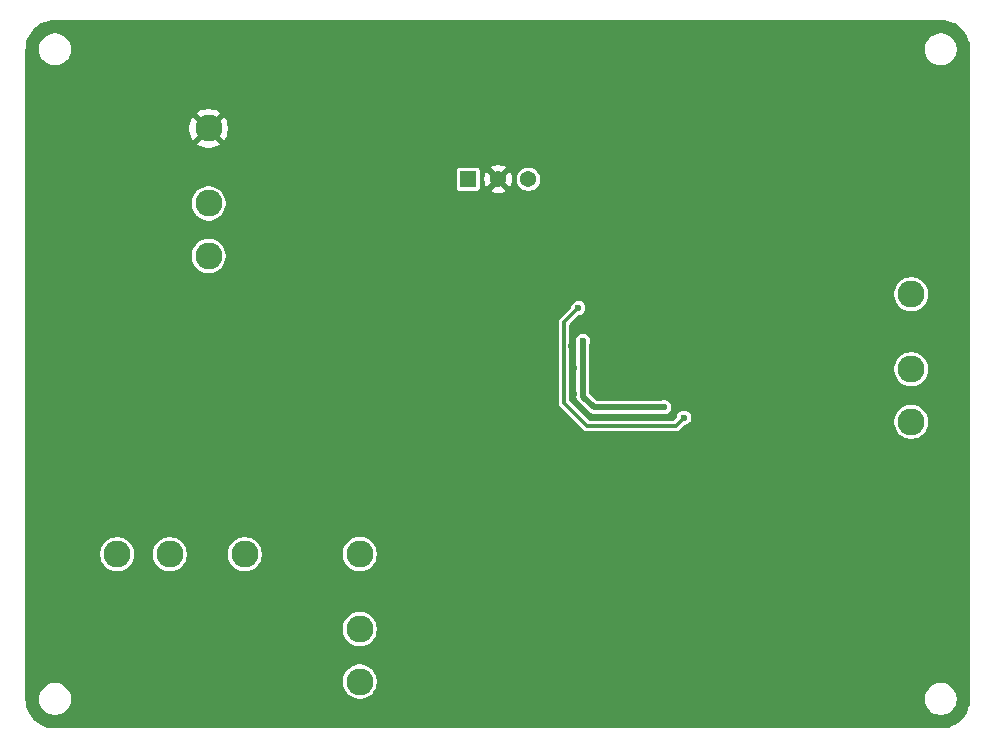
<source format=gbr>
%TF.GenerationSoftware,KiCad,Pcbnew,9.0.0*%
%TF.CreationDate,2025-04-22T19:20:28-05:00*%
%TF.ProjectId,BSPD,42535044-2e6b-4696-9361-645f70636258,rev?*%
%TF.SameCoordinates,Original*%
%TF.FileFunction,Copper,L2,Bot*%
%TF.FilePolarity,Positive*%
%FSLAX46Y46*%
G04 Gerber Fmt 4.6, Leading zero omitted, Abs format (unit mm)*
G04 Created by KiCad (PCBNEW 9.0.0) date 2025-04-22 19:20:28*
%MOMM*%
%LPD*%
G01*
G04 APERTURE LIST*
%TA.AperFunction,ComponentPad*%
%ADD10C,2.286000*%
%TD*%
%TA.AperFunction,ComponentPad*%
%ADD11R,1.371600X1.371600*%
%TD*%
%TA.AperFunction,ComponentPad*%
%ADD12C,1.371600*%
%TD*%
%TA.AperFunction,ViaPad*%
%ADD13C,0.700000*%
%TD*%
%TA.AperFunction,ViaPad*%
%ADD14C,0.600000*%
%TD*%
%TA.AperFunction,Conductor*%
%ADD15C,0.500000*%
%TD*%
%TA.AperFunction,Conductor*%
%ADD16C,0.300000*%
%TD*%
G04 APERTURE END LIST*
D10*
%TO.P,U102,1,1*%
%TO.N,+12V*%
X136700000Y-91155000D03*
%TO.P,U102,2,2*%
%TO.N,GND*%
X136700000Y-84805000D03*
%TO.P,U102,3*%
%TO.N,N/C*%
X136700000Y-95600000D03*
%TD*%
%TO.P,U111,1,1*%
%TO.N,THROTTLE_Sense_IN*%
X149500000Y-127186000D03*
%TO.P,U111,2,2*%
%TO.N,BSE_Sense_IN*%
X149500000Y-120836000D03*
%TO.P,U111,3*%
%TO.N,N/C*%
X149500000Y-131631000D03*
%TD*%
%TO.P,U110,1,1*%
%TO.N,BSPD_TO_FAULT*%
X196200000Y-105186000D03*
%TO.P,U110,2,2*%
%TO.N,unconnected-(U110-Pad2)*%
X196200000Y-98836000D03*
%TO.P,U110,3*%
%TO.N,N/C*%
X196200000Y-109631000D03*
%TD*%
D11*
%TO.P,U103,1,+VIN*%
%TO.N,+12V*%
X158700000Y-89100000D03*
D12*
%TO.P,U103,2,GND*%
%TO.N,GND*%
X161240000Y-89100000D03*
%TO.P,U103,3,+VOUT*%
%TO.N,+5V*%
X163780000Y-89100000D03*
%TD*%
D10*
%TO.P,U101,1,1*%
%TO.N,THROTTLE_IN*%
X133414000Y-120850000D03*
%TO.P,U101,2,2*%
%TO.N,BSE_IN*%
X139764000Y-120850000D03*
%TO.P,U101,3*%
%TO.N,N/C*%
X128969000Y-120850000D03*
%TD*%
D13*
%TO.N,GND*%
X178700000Y-83100000D03*
X180933800Y-98910000D03*
X169100000Y-118600000D03*
X171200000Y-123100000D03*
X188700000Y-80600000D03*
X173700000Y-128100000D03*
X188700000Y-115600000D03*
X153700000Y-93100000D03*
X176058400Y-107850000D03*
X123700000Y-90600000D03*
X168600000Y-101800000D03*
X151200000Y-78100000D03*
X173700000Y-120600000D03*
X126200000Y-88100000D03*
X142460565Y-127973776D03*
X178700000Y-88100000D03*
X176200000Y-80600000D03*
X125824442Y-125091850D03*
X178600000Y-117600000D03*
X148700000Y-85600000D03*
X171200000Y-128100000D03*
X128700000Y-115100000D03*
X166200000Y-130600000D03*
X188700000Y-90600000D03*
X188700000Y-95600000D03*
D14*
X162500000Y-126600000D03*
D13*
X186200000Y-83100000D03*
X153705223Y-104720797D03*
X147158689Y-103705180D03*
X193700000Y-128100000D03*
X194200000Y-83100000D03*
X186200000Y-113100000D03*
X130700000Y-113100000D03*
X168700000Y-90600000D03*
X191200000Y-90600000D03*
X198700000Y-120600000D03*
X168700000Y-113100000D03*
X167500000Y-103250000D03*
X148700000Y-83100000D03*
X126695778Y-98556975D03*
X123700000Y-88100000D03*
X196200000Y-125600000D03*
X191200000Y-125600000D03*
X186200000Y-80600000D03*
X171200000Y-130600000D03*
X166700000Y-114100000D03*
X178700000Y-115600000D03*
X171200000Y-90600000D03*
X191200000Y-93100000D03*
X198700000Y-123100000D03*
X128700000Y-130600000D03*
X184096506Y-111052715D03*
X143700000Y-83100000D03*
X136700000Y-114100000D03*
X132360107Y-98373636D03*
X189652715Y-108681892D03*
X168700000Y-80600000D03*
X196700000Y-83100000D03*
X188700000Y-85600000D03*
X143700000Y-80600000D03*
X156200000Y-110600000D03*
X132700000Y-111100000D03*
X144678237Y-121951598D03*
X194200000Y-90600000D03*
X176200000Y-123100000D03*
X152250000Y-93150000D03*
X166200000Y-133100000D03*
X173700000Y-125600000D03*
X168700000Y-88100000D03*
X171200000Y-125600000D03*
X140700000Y-111100000D03*
X173700000Y-83100000D03*
X186200000Y-93100000D03*
X143700000Y-95600000D03*
X163700000Y-133100000D03*
X129351251Y-98324309D03*
X155673057Y-116126942D03*
D14*
X168200000Y-129900000D03*
D13*
X181200000Y-88100000D03*
X153700000Y-78100000D03*
X173100000Y-113800000D03*
X196200000Y-128100000D03*
X178700000Y-80600000D03*
X173700000Y-88100000D03*
X176200000Y-88100000D03*
X194200000Y-88100000D03*
X191200000Y-113100000D03*
X183700000Y-118100000D03*
X159700000Y-103100000D03*
X156700000Y-97100000D03*
X123700000Y-85600000D03*
X151200000Y-85600000D03*
X169900000Y-106500000D03*
X177180025Y-108080025D03*
X123700000Y-83100000D03*
X173700000Y-80600000D03*
X168700000Y-133100000D03*
X188700000Y-93100000D03*
D14*
X156200000Y-130800001D03*
D13*
X160200000Y-107100000D03*
X186200000Y-128100000D03*
X158700000Y-93100000D03*
X188700000Y-125600000D03*
X151200000Y-80600000D03*
X196200000Y-113100000D03*
X126200000Y-90600000D03*
X143700000Y-85600000D03*
X196700000Y-85600000D03*
X157700000Y-105100000D03*
X146200000Y-85600000D03*
X184384296Y-106881260D03*
X178700000Y-90600000D03*
X167700000Y-95100000D03*
X153700000Y-85600000D03*
X144624178Y-117424178D03*
X158700000Y-110600000D03*
X146200000Y-78100000D03*
X160783438Y-126543830D03*
X138728245Y-126487874D03*
X166200000Y-125600000D03*
X183700000Y-120600000D03*
X183700000Y-123100000D03*
X196700000Y-88100000D03*
X160250000Y-101096700D03*
X165293864Y-118986615D03*
X163700000Y-128100000D03*
X183700000Y-125600000D03*
X148700000Y-98100000D03*
X126200000Y-85600000D03*
D14*
X182700000Y-103300000D03*
D13*
X124355375Y-101577137D03*
X191200000Y-88100000D03*
X156200000Y-93100000D03*
X186200000Y-125600000D03*
X146200000Y-98100000D03*
X191200000Y-83100000D03*
X131200000Y-130600000D03*
X146200000Y-83100000D03*
X153700000Y-80600000D03*
X186200000Y-88100000D03*
X165700000Y-95100000D03*
X158105701Y-118356865D03*
X191200000Y-128100000D03*
X181200000Y-95600000D03*
X171200000Y-80600000D03*
X186219915Y-101130361D03*
X161200000Y-115600000D03*
X196700000Y-80600000D03*
X131200000Y-133100000D03*
X178700000Y-85600000D03*
X191200000Y-85600000D03*
X144300000Y-129700000D03*
X194200000Y-80600000D03*
X153700000Y-83100000D03*
X198700000Y-128100000D03*
X148700000Y-78100000D03*
X183700000Y-85600000D03*
X176200000Y-128100000D03*
X155700000Y-105100000D03*
X171200000Y-88100000D03*
X167544379Y-105081136D03*
X146200000Y-80600000D03*
X181200000Y-85600000D03*
X198700000Y-125600000D03*
X196700000Y-90600000D03*
X142698842Y-99265605D03*
X193700000Y-125600000D03*
X178700000Y-105100000D03*
X150700000Y-103100000D03*
X173700000Y-95600000D03*
X168791957Y-96916084D03*
X183700000Y-115600000D03*
X196700000Y-93100000D03*
D14*
X143250000Y-108550000D03*
D13*
X136806506Y-98350402D03*
X181200000Y-90600000D03*
X176200000Y-83100000D03*
X188700000Y-83100000D03*
X134700000Y-116100000D03*
X183700000Y-98100000D03*
X176200000Y-90600000D03*
X167500000Y-99300000D03*
X162602490Y-96901937D03*
X188700000Y-88100000D03*
X188700000Y-128100000D03*
X166537215Y-117594602D03*
X178800000Y-108600000D03*
X148700000Y-80600000D03*
X160260000Y-93149932D03*
X151200000Y-83100000D03*
D14*
X135300000Y-106600000D03*
D13*
X186200000Y-118100000D03*
X151200000Y-95600000D03*
X171200000Y-83100000D03*
X183700000Y-93100000D03*
X123700000Y-93100000D03*
X186200000Y-115600000D03*
X168700000Y-85600000D03*
X178700000Y-100600000D03*
X126200000Y-93100000D03*
X168700000Y-83100000D03*
X171200000Y-133100000D03*
X134349486Y-126501389D03*
X163700000Y-130600000D03*
X181200000Y-83100000D03*
X173700000Y-90600000D03*
X168200000Y-115100000D03*
X169400000Y-103400000D03*
X163700000Y-113100000D03*
X124343090Y-106813037D03*
X166200000Y-128100000D03*
X124348618Y-114594950D03*
X198700000Y-113100000D03*
X181200000Y-100600000D03*
X176200000Y-95600000D03*
X171200000Y-85600000D03*
X157700000Y-103100000D03*
X173700000Y-85600000D03*
X167562063Y-107285766D03*
D14*
X157200000Y-120600000D03*
D13*
X194200000Y-85600000D03*
X186200000Y-85600000D03*
X169700000Y-95100000D03*
X186039536Y-98361016D03*
X126200000Y-83100000D03*
X143700000Y-78100000D03*
X146614079Y-131586702D03*
X194200000Y-93100000D03*
X129862610Y-126487874D03*
X176200000Y-85600000D03*
X178700000Y-113100000D03*
X181200000Y-80600000D03*
X155700000Y-107100000D03*
X183700000Y-80600000D03*
X183700000Y-100600000D03*
X124335103Y-119419693D03*
X188700000Y-113100000D03*
X154700000Y-99100000D03*
X183700000Y-90600000D03*
X148700000Y-95600000D03*
X145232846Y-101840153D03*
X183700000Y-88100000D03*
X128700000Y-133100000D03*
X183700000Y-83100000D03*
X141200000Y-95600000D03*
X178700000Y-95600000D03*
X178700000Y-123100000D03*
X186200000Y-95600000D03*
X155700000Y-131800001D03*
X186200000Y-90600000D03*
X191200000Y-80600000D03*
X198700000Y-115600000D03*
X152700000Y-101100000D03*
X193700000Y-113100000D03*
X158700000Y-108100000D03*
X124316061Y-110200718D03*
X139848857Y-98355190D03*
D14*
X133400000Y-101000000D03*
D13*
X183700000Y-103100000D03*
X146200000Y-95600000D03*
X198700000Y-118100000D03*
X181200000Y-103100000D03*
X171700000Y-95100000D03*
D14*
%TO.N,+5V*%
X175258400Y-108400000D03*
X168400000Y-102800000D03*
%TO.N,Net-(U108-1Y)*%
X176950000Y-109300000D03*
X168000000Y-100000000D03*
%TD*%
D15*
%TO.N,+5V*%
X169300000Y-108400000D02*
X175258400Y-108400000D01*
X168400000Y-107500000D02*
X169300000Y-108400000D01*
X168400000Y-102800000D02*
X168400000Y-107500000D01*
D16*
%TO.N,Net-(U108-1Y)*%
X166800000Y-108050000D02*
X166800000Y-101200000D01*
X168750000Y-110000000D02*
X166800000Y-108050000D01*
X176250000Y-110000000D02*
X168750000Y-110000000D01*
X166800000Y-101200000D02*
X168000000Y-100000000D01*
X176950000Y-109300000D02*
X176250000Y-110000000D01*
%TD*%
%TA.AperFunction,Conductor*%
%TO.N,GND*%
G36*
X198703801Y-75600730D02*
G01*
X198733105Y-75602502D01*
X198993684Y-75618264D01*
X199008765Y-75620095D01*
X199290682Y-75671758D01*
X199305429Y-75675393D01*
X199579071Y-75760663D01*
X199593283Y-75766054D01*
X199854624Y-75883674D01*
X199868090Y-75890740D01*
X200113367Y-76039016D01*
X200125866Y-76047643D01*
X200351485Y-76224404D01*
X200362865Y-76234487D01*
X200565512Y-76437134D01*
X200575596Y-76448515D01*
X200752353Y-76674130D01*
X200760985Y-76686635D01*
X200819092Y-76782755D01*
X200909255Y-76931903D01*
X200916325Y-76945375D01*
X201033943Y-77206711D01*
X201039339Y-77220937D01*
X201124602Y-77494554D01*
X201128243Y-77509328D01*
X201179902Y-77791222D01*
X201181736Y-77806326D01*
X201199270Y-78096197D01*
X201199500Y-78103805D01*
X201199500Y-133096194D01*
X201199270Y-133103802D01*
X201181736Y-133393673D01*
X201179902Y-133408777D01*
X201128243Y-133690671D01*
X201124602Y-133705445D01*
X201039339Y-133979062D01*
X201033943Y-133993288D01*
X200916325Y-134254624D01*
X200909255Y-134268096D01*
X200760990Y-134513357D01*
X200752347Y-134525877D01*
X200632967Y-134678255D01*
X200575602Y-134751477D01*
X200565512Y-134762865D01*
X200362865Y-134965512D01*
X200351477Y-134975602D01*
X200125880Y-135152346D01*
X200113357Y-135160990D01*
X199868096Y-135309255D01*
X199854624Y-135316325D01*
X199593288Y-135433943D01*
X199579062Y-135439339D01*
X199305445Y-135524602D01*
X199290671Y-135528243D01*
X199008777Y-135579902D01*
X198993673Y-135581736D01*
X198703802Y-135599270D01*
X198696194Y-135599500D01*
X123703806Y-135599500D01*
X123696198Y-135599270D01*
X123406326Y-135581736D01*
X123391222Y-135579902D01*
X123109328Y-135528243D01*
X123094558Y-135524603D01*
X122820937Y-135439339D01*
X122806711Y-135433943D01*
X122545375Y-135316325D01*
X122531903Y-135309255D01*
X122286635Y-135160985D01*
X122274130Y-135152353D01*
X122048515Y-134975596D01*
X122037134Y-134965512D01*
X121834487Y-134762865D01*
X121824404Y-134751485D01*
X121647643Y-134525866D01*
X121639016Y-134513367D01*
X121490740Y-134268090D01*
X121483674Y-134254624D01*
X121366056Y-133993288D01*
X121360663Y-133979071D01*
X121275393Y-133705429D01*
X121271758Y-133690682D01*
X121220095Y-133408765D01*
X121218264Y-133393684D01*
X121200730Y-133103801D01*
X121200500Y-133096194D01*
X121200500Y-132993713D01*
X122349500Y-132993713D01*
X122349500Y-133206287D01*
X122382754Y-133416243D01*
X122448443Y-133618412D01*
X122544949Y-133807816D01*
X122669896Y-133979792D01*
X122669898Y-133979794D01*
X122669900Y-133979797D01*
X122820202Y-134130099D01*
X122820205Y-134130101D01*
X122820208Y-134130104D01*
X122992184Y-134255051D01*
X123181588Y-134351557D01*
X123383757Y-134417246D01*
X123593713Y-134450500D01*
X123593716Y-134450500D01*
X123806284Y-134450500D01*
X123806287Y-134450500D01*
X124016243Y-134417246D01*
X124218412Y-134351557D01*
X124407816Y-134255051D01*
X124579792Y-134130104D01*
X124730104Y-133979792D01*
X124855051Y-133807816D01*
X124951557Y-133618412D01*
X125017246Y-133416243D01*
X125050500Y-133206287D01*
X125050500Y-132993713D01*
X125017246Y-132783757D01*
X124951557Y-132581588D01*
X124855051Y-132392184D01*
X124730104Y-132220208D01*
X124730101Y-132220205D01*
X124730099Y-132220202D01*
X124579797Y-132069900D01*
X124579794Y-132069898D01*
X124579792Y-132069896D01*
X124407816Y-131944949D01*
X124218412Y-131848443D01*
X124016243Y-131782754D01*
X123806287Y-131749500D01*
X123593713Y-131749500D01*
X123383757Y-131782754D01*
X123383754Y-131782754D01*
X123383753Y-131782755D01*
X123181588Y-131848443D01*
X123181586Y-131848444D01*
X122992180Y-131944951D01*
X122820205Y-132069898D01*
X122820202Y-132069900D01*
X122669900Y-132220202D01*
X122669898Y-132220205D01*
X122544951Y-132392180D01*
X122448444Y-132581586D01*
X122448443Y-132581588D01*
X122399559Y-132732038D01*
X122382754Y-132783757D01*
X122349500Y-132993713D01*
X121200500Y-132993713D01*
X121200500Y-131517394D01*
X148056500Y-131517394D01*
X148056500Y-131744606D01*
X148072946Y-131848443D01*
X148092044Y-131969024D01*
X148162254Y-132185108D01*
X148265410Y-132387562D01*
X148398961Y-132571379D01*
X148559620Y-132732038D01*
X148559623Y-132732040D01*
X148743441Y-132865592D01*
X148945888Y-132968744D01*
X149161980Y-133038957D01*
X149386394Y-133074500D01*
X149386396Y-133074500D01*
X149613604Y-133074500D01*
X149613606Y-133074500D01*
X149838020Y-133038957D01*
X149977266Y-132993713D01*
X197349500Y-132993713D01*
X197349500Y-133206287D01*
X197382754Y-133416243D01*
X197448443Y-133618412D01*
X197544949Y-133807816D01*
X197669896Y-133979792D01*
X197669898Y-133979794D01*
X197669900Y-133979797D01*
X197820202Y-134130099D01*
X197820205Y-134130101D01*
X197820208Y-134130104D01*
X197992184Y-134255051D01*
X198181588Y-134351557D01*
X198383757Y-134417246D01*
X198593713Y-134450500D01*
X198593716Y-134450500D01*
X198806284Y-134450500D01*
X198806287Y-134450500D01*
X199016243Y-134417246D01*
X199218412Y-134351557D01*
X199407816Y-134255051D01*
X199579792Y-134130104D01*
X199730104Y-133979792D01*
X199855051Y-133807816D01*
X199951557Y-133618412D01*
X200017246Y-133416243D01*
X200050500Y-133206287D01*
X200050500Y-132993713D01*
X200017246Y-132783757D01*
X199951557Y-132581588D01*
X199855051Y-132392184D01*
X199730104Y-132220208D01*
X199730101Y-132220205D01*
X199730099Y-132220202D01*
X199579797Y-132069900D01*
X199579794Y-132069898D01*
X199579792Y-132069896D01*
X199407816Y-131944949D01*
X199218412Y-131848443D01*
X199016243Y-131782754D01*
X198806287Y-131749500D01*
X198593713Y-131749500D01*
X198383757Y-131782754D01*
X198383754Y-131782754D01*
X198383753Y-131782755D01*
X198181588Y-131848443D01*
X198181586Y-131848444D01*
X197992180Y-131944951D01*
X197820205Y-132069898D01*
X197820202Y-132069900D01*
X197669900Y-132220202D01*
X197669898Y-132220205D01*
X197544951Y-132392180D01*
X197448444Y-132581586D01*
X197448443Y-132581588D01*
X197399559Y-132732038D01*
X197382754Y-132783757D01*
X197349500Y-132993713D01*
X149977266Y-132993713D01*
X150054112Y-132968744D01*
X150256559Y-132865592D01*
X150440377Y-132732040D01*
X150601040Y-132571377D01*
X150734592Y-132387559D01*
X150837744Y-132185112D01*
X150907957Y-131969020D01*
X150943500Y-131744606D01*
X150943500Y-131517394D01*
X150907957Y-131292980D01*
X150837744Y-131076888D01*
X150734592Y-130874441D01*
X150601040Y-130690623D01*
X150601038Y-130690620D01*
X150440379Y-130529961D01*
X150256562Y-130396410D01*
X150256561Y-130396409D01*
X150256559Y-130396408D01*
X150054112Y-130293256D01*
X150054111Y-130293255D01*
X150054108Y-130293254D01*
X149838024Y-130223044D01*
X149838022Y-130223043D01*
X149838020Y-130223043D01*
X149613606Y-130187500D01*
X149386394Y-130187500D01*
X149161980Y-130223043D01*
X149161978Y-130223043D01*
X149161975Y-130223044D01*
X148945891Y-130293254D01*
X148743437Y-130396410D01*
X148559620Y-130529961D01*
X148398961Y-130690620D01*
X148265410Y-130874437D01*
X148162254Y-131076891D01*
X148092044Y-131292975D01*
X148092043Y-131292978D01*
X148092043Y-131292980D01*
X148056500Y-131517394D01*
X121200500Y-131517394D01*
X121200500Y-127072396D01*
X148056500Y-127072396D01*
X148056500Y-127299603D01*
X148092044Y-127524024D01*
X148162254Y-127740108D01*
X148265410Y-127942562D01*
X148398961Y-128126379D01*
X148559620Y-128287038D01*
X148559623Y-128287040D01*
X148743441Y-128420592D01*
X148945888Y-128523744D01*
X149161980Y-128593957D01*
X149386394Y-128629500D01*
X149386396Y-128629500D01*
X149613604Y-128629500D01*
X149613606Y-128629500D01*
X149838020Y-128593957D01*
X150054112Y-128523744D01*
X150256559Y-128420592D01*
X150440377Y-128287040D01*
X150601040Y-128126377D01*
X150734592Y-127942559D01*
X150837744Y-127740112D01*
X150907957Y-127524020D01*
X150943500Y-127299606D01*
X150943500Y-127072394D01*
X150907957Y-126847980D01*
X150837744Y-126631888D01*
X150734592Y-126429441D01*
X150601040Y-126245623D01*
X150601038Y-126245620D01*
X150440379Y-126084961D01*
X150256562Y-125951410D01*
X150256561Y-125951409D01*
X150256559Y-125951408D01*
X150054112Y-125848256D01*
X150054111Y-125848255D01*
X150054108Y-125848254D01*
X149838024Y-125778044D01*
X149838022Y-125778043D01*
X149838020Y-125778043D01*
X149613606Y-125742500D01*
X149386394Y-125742500D01*
X149161980Y-125778043D01*
X149161978Y-125778043D01*
X149161975Y-125778044D01*
X148945891Y-125848254D01*
X148743437Y-125951410D01*
X148559620Y-126084961D01*
X148398961Y-126245620D01*
X148265410Y-126429437D01*
X148162254Y-126631891D01*
X148092044Y-126847975D01*
X148056500Y-127072396D01*
X121200500Y-127072396D01*
X121200500Y-120736394D01*
X127525500Y-120736394D01*
X127525500Y-120963606D01*
X127561043Y-121188020D01*
X127561044Y-121188024D01*
X127631254Y-121404108D01*
X127631255Y-121404111D01*
X127631256Y-121404112D01*
X127727276Y-121592562D01*
X127734410Y-121606562D01*
X127867961Y-121790379D01*
X128028620Y-121951038D01*
X128028623Y-121951040D01*
X128212441Y-122084592D01*
X128414888Y-122187744D01*
X128630980Y-122257957D01*
X128855394Y-122293500D01*
X128855396Y-122293500D01*
X129082604Y-122293500D01*
X129082606Y-122293500D01*
X129307020Y-122257957D01*
X129523112Y-122187744D01*
X129725559Y-122084592D01*
X129909377Y-121951040D01*
X130070040Y-121790377D01*
X130203592Y-121606559D01*
X130306744Y-121404112D01*
X130376957Y-121188020D01*
X130412500Y-120963606D01*
X130412500Y-120736394D01*
X131970500Y-120736394D01*
X131970500Y-120963606D01*
X132006043Y-121188020D01*
X132006044Y-121188024D01*
X132076254Y-121404108D01*
X132076255Y-121404111D01*
X132076256Y-121404112D01*
X132172276Y-121592562D01*
X132179410Y-121606562D01*
X132312961Y-121790379D01*
X132473620Y-121951038D01*
X132473623Y-121951040D01*
X132657441Y-122084592D01*
X132859888Y-122187744D01*
X133075980Y-122257957D01*
X133300394Y-122293500D01*
X133300396Y-122293500D01*
X133527604Y-122293500D01*
X133527606Y-122293500D01*
X133752020Y-122257957D01*
X133968112Y-122187744D01*
X134170559Y-122084592D01*
X134354377Y-121951040D01*
X134515040Y-121790377D01*
X134648592Y-121606559D01*
X134751744Y-121404112D01*
X134821957Y-121188020D01*
X134857500Y-120963606D01*
X134857500Y-120736394D01*
X138320500Y-120736394D01*
X138320500Y-120963606D01*
X138356043Y-121188020D01*
X138356044Y-121188024D01*
X138426254Y-121404108D01*
X138426255Y-121404111D01*
X138426256Y-121404112D01*
X138522276Y-121592562D01*
X138529410Y-121606562D01*
X138662961Y-121790379D01*
X138823620Y-121951038D01*
X138823623Y-121951040D01*
X139007441Y-122084592D01*
X139209888Y-122187744D01*
X139425980Y-122257957D01*
X139650394Y-122293500D01*
X139650396Y-122293500D01*
X139877604Y-122293500D01*
X139877606Y-122293500D01*
X140102020Y-122257957D01*
X140318112Y-122187744D01*
X140520559Y-122084592D01*
X140704377Y-121951040D01*
X140865040Y-121790377D01*
X140998592Y-121606559D01*
X141101744Y-121404112D01*
X141171957Y-121188020D01*
X141207500Y-120963606D01*
X141207500Y-120736394D01*
X141205283Y-120722394D01*
X148056500Y-120722394D01*
X148056500Y-120949606D01*
X148092043Y-121174020D01*
X148092044Y-121174024D01*
X148162254Y-121390108D01*
X148265410Y-121592562D01*
X148398961Y-121776379D01*
X148559620Y-121937038D01*
X148578892Y-121951040D01*
X148743441Y-122070592D01*
X148945888Y-122173744D01*
X149161980Y-122243957D01*
X149386394Y-122279500D01*
X149386396Y-122279500D01*
X149613604Y-122279500D01*
X149613606Y-122279500D01*
X149838020Y-122243957D01*
X150054112Y-122173744D01*
X150256559Y-122070592D01*
X150440377Y-121937040D01*
X150601040Y-121776377D01*
X150734592Y-121592559D01*
X150837744Y-121390112D01*
X150907957Y-121174020D01*
X150943500Y-120949606D01*
X150943500Y-120722394D01*
X150907957Y-120497980D01*
X150837744Y-120281888D01*
X150734592Y-120079441D01*
X150611212Y-119909623D01*
X150601038Y-119895620D01*
X150440379Y-119734961D01*
X150256562Y-119601410D01*
X150256561Y-119601409D01*
X150256559Y-119601408D01*
X150054112Y-119498256D01*
X150054111Y-119498255D01*
X150054108Y-119498254D01*
X149838024Y-119428044D01*
X149838022Y-119428043D01*
X149838020Y-119428043D01*
X149613606Y-119392500D01*
X149386394Y-119392500D01*
X149161980Y-119428043D01*
X149161978Y-119428043D01*
X149161975Y-119428044D01*
X148945891Y-119498254D01*
X148743437Y-119601410D01*
X148559620Y-119734961D01*
X148398961Y-119895620D01*
X148265410Y-120079437D01*
X148162254Y-120281891D01*
X148092044Y-120497975D01*
X148092043Y-120497978D01*
X148092043Y-120497980D01*
X148056500Y-120722394D01*
X141205283Y-120722394D01*
X141171957Y-120511980D01*
X141101744Y-120295888D01*
X140998592Y-120093441D01*
X140865040Y-119909623D01*
X140865038Y-119909620D01*
X140704379Y-119748961D01*
X140520562Y-119615410D01*
X140520561Y-119615409D01*
X140520559Y-119615408D01*
X140318112Y-119512256D01*
X140318111Y-119512255D01*
X140318108Y-119512254D01*
X140102024Y-119442044D01*
X140102022Y-119442043D01*
X140102020Y-119442043D01*
X139877606Y-119406500D01*
X139650394Y-119406500D01*
X139425980Y-119442043D01*
X139425978Y-119442043D01*
X139425975Y-119442044D01*
X139209891Y-119512254D01*
X139007437Y-119615410D01*
X138823620Y-119748961D01*
X138662961Y-119909620D01*
X138529410Y-120093437D01*
X138426254Y-120295891D01*
X138356044Y-120511975D01*
X138356043Y-120511978D01*
X138356043Y-120511980D01*
X138320500Y-120736394D01*
X134857500Y-120736394D01*
X134821957Y-120511980D01*
X134751744Y-120295888D01*
X134648592Y-120093441D01*
X134515040Y-119909623D01*
X134515038Y-119909620D01*
X134354379Y-119748961D01*
X134170562Y-119615410D01*
X134170561Y-119615409D01*
X134170559Y-119615408D01*
X133968112Y-119512256D01*
X133968111Y-119512255D01*
X133968108Y-119512254D01*
X133752024Y-119442044D01*
X133752022Y-119442043D01*
X133752020Y-119442043D01*
X133527606Y-119406500D01*
X133300394Y-119406500D01*
X133075980Y-119442043D01*
X133075978Y-119442043D01*
X133075975Y-119442044D01*
X132859891Y-119512254D01*
X132657437Y-119615410D01*
X132473620Y-119748961D01*
X132312961Y-119909620D01*
X132179410Y-120093437D01*
X132076254Y-120295891D01*
X132006044Y-120511975D01*
X132006043Y-120511978D01*
X132006043Y-120511980D01*
X131970500Y-120736394D01*
X130412500Y-120736394D01*
X130376957Y-120511980D01*
X130306744Y-120295888D01*
X130203592Y-120093441D01*
X130070040Y-119909623D01*
X130070038Y-119909620D01*
X129909379Y-119748961D01*
X129725562Y-119615410D01*
X129725561Y-119615409D01*
X129725559Y-119615408D01*
X129523112Y-119512256D01*
X129523111Y-119512255D01*
X129523108Y-119512254D01*
X129307024Y-119442044D01*
X129307022Y-119442043D01*
X129307020Y-119442043D01*
X129082606Y-119406500D01*
X128855394Y-119406500D01*
X128630980Y-119442043D01*
X128630978Y-119442043D01*
X128630975Y-119442044D01*
X128414891Y-119512254D01*
X128212437Y-119615410D01*
X128028620Y-119748961D01*
X127867961Y-119909620D01*
X127734410Y-120093437D01*
X127631254Y-120295891D01*
X127561044Y-120511975D01*
X127561043Y-120511978D01*
X127561043Y-120511980D01*
X127525500Y-120736394D01*
X121200500Y-120736394D01*
X121200500Y-101140692D01*
X166349500Y-101140692D01*
X166349500Y-108109309D01*
X166370451Y-108187501D01*
X166380199Y-108223884D01*
X166439508Y-108326610D01*
X166439516Y-108326620D01*
X168473379Y-110360483D01*
X168473383Y-110360486D01*
X168473386Y-110360489D01*
X168520273Y-110387559D01*
X168576114Y-110419799D01*
X168690691Y-110450500D01*
X168690693Y-110450500D01*
X176309309Y-110450500D01*
X176399673Y-110426286D01*
X176423887Y-110419799D01*
X176526614Y-110360489D01*
X176949925Y-109937177D01*
X177012233Y-109903155D01*
X177022578Y-109901352D01*
X177029050Y-109900500D01*
X177029057Y-109900500D01*
X177181784Y-109859577D01*
X177181787Y-109859575D01*
X177181788Y-109859575D01*
X177250250Y-109820048D01*
X177318716Y-109780520D01*
X177430520Y-109668716D01*
X177509577Y-109531784D01*
X177513433Y-109517394D01*
X194756500Y-109517394D01*
X194756500Y-109744606D01*
X194792043Y-109969020D01*
X194792044Y-109969024D01*
X194862254Y-110185108D01*
X194965408Y-110387559D01*
X195098961Y-110571379D01*
X195259620Y-110732038D01*
X195259623Y-110732040D01*
X195443441Y-110865592D01*
X195645888Y-110968744D01*
X195861980Y-111038957D01*
X196086394Y-111074500D01*
X196086396Y-111074500D01*
X196313604Y-111074500D01*
X196313606Y-111074500D01*
X196538020Y-111038957D01*
X196754112Y-110968744D01*
X196956559Y-110865592D01*
X197140377Y-110732040D01*
X197301040Y-110571377D01*
X197434592Y-110387559D01*
X197537744Y-110185112D01*
X197607957Y-109969020D01*
X197643500Y-109744606D01*
X197643500Y-109517394D01*
X197607957Y-109292980D01*
X197537744Y-109076888D01*
X197434592Y-108874441D01*
X197301040Y-108690623D01*
X197301038Y-108690620D01*
X197140379Y-108529961D01*
X196956562Y-108396410D01*
X196956561Y-108396409D01*
X196956559Y-108396408D01*
X196754112Y-108293256D01*
X196754111Y-108293255D01*
X196754108Y-108293254D01*
X196538024Y-108223044D01*
X196538022Y-108223043D01*
X196538020Y-108223043D01*
X196313606Y-108187500D01*
X196086394Y-108187500D01*
X195861980Y-108223043D01*
X195861978Y-108223043D01*
X195861975Y-108223044D01*
X195645891Y-108293254D01*
X195443437Y-108396410D01*
X195259620Y-108529961D01*
X195098961Y-108690620D01*
X194965410Y-108874437D01*
X194862254Y-109076891D01*
X194792044Y-109292975D01*
X194792043Y-109292978D01*
X194792043Y-109292980D01*
X194756500Y-109517394D01*
X177513433Y-109517394D01*
X177550500Y-109379057D01*
X177550500Y-109220943D01*
X177509577Y-109068216D01*
X177509575Y-109068213D01*
X177509575Y-109068211D01*
X177430522Y-108931287D01*
X177430514Y-108931277D01*
X177318722Y-108819485D01*
X177318712Y-108819477D01*
X177181788Y-108740424D01*
X177163743Y-108735589D01*
X177029057Y-108699500D01*
X176870943Y-108699500D01*
X176777470Y-108724545D01*
X176718211Y-108740424D01*
X176581287Y-108819477D01*
X176581277Y-108819485D01*
X176469485Y-108931277D01*
X176469477Y-108931287D01*
X176390424Y-109068211D01*
X176349500Y-109220944D01*
X176348646Y-109227431D01*
X176319922Y-109292357D01*
X176312820Y-109300077D01*
X176100300Y-109512596D01*
X176037991Y-109546620D01*
X176011207Y-109549500D01*
X168988793Y-109549500D01*
X168920672Y-109529498D01*
X168899698Y-109512595D01*
X167287405Y-107900302D01*
X167253379Y-107837990D01*
X167250500Y-107811207D01*
X167250500Y-102720943D01*
X167799500Y-102720943D01*
X167799500Y-102879057D01*
X167840423Y-103031784D01*
X167842561Y-103039762D01*
X167841784Y-103039970D01*
X167849500Y-103078761D01*
X167849500Y-107572472D01*
X167849499Y-107572472D01*
X167887017Y-107712489D01*
X167959487Y-107838011D01*
X167959495Y-107838021D01*
X168961978Y-108840504D01*
X168961983Y-108840508D01*
X168961985Y-108840510D01*
X168961986Y-108840511D01*
X168961988Y-108840512D01*
X169087509Y-108912981D01*
X169087510Y-108912981D01*
X169087515Y-108912984D01*
X169227525Y-108950500D01*
X174979639Y-108950500D01*
X175018430Y-108958215D01*
X175018639Y-108957439D01*
X175026614Y-108959575D01*
X175026616Y-108959577D01*
X175179343Y-109000500D01*
X175179345Y-109000500D01*
X175337455Y-109000500D01*
X175337457Y-109000500D01*
X175490184Y-108959577D01*
X175490187Y-108959575D01*
X175490188Y-108959575D01*
X175570891Y-108912981D01*
X175627116Y-108880520D01*
X175738920Y-108768716D01*
X175817977Y-108631784D01*
X175858900Y-108479057D01*
X175858900Y-108320943D01*
X175817977Y-108168216D01*
X175817975Y-108168213D01*
X175817975Y-108168211D01*
X175738922Y-108031287D01*
X175738914Y-108031277D01*
X175627122Y-107919485D01*
X175627112Y-107919477D01*
X175490188Y-107840424D01*
X175449411Y-107829498D01*
X175337457Y-107799500D01*
X175179343Y-107799500D01*
X175026616Y-107840423D01*
X175026614Y-107840424D01*
X175018639Y-107842561D01*
X175018430Y-107841784D01*
X174979639Y-107849500D01*
X169580215Y-107849500D01*
X169512094Y-107829498D01*
X169491120Y-107812595D01*
X168987405Y-107308880D01*
X168953379Y-107246568D01*
X168950500Y-107219785D01*
X168950500Y-105072396D01*
X194756500Y-105072396D01*
X194756500Y-105299603D01*
X194792044Y-105524024D01*
X194862254Y-105740108D01*
X194965410Y-105942562D01*
X195098961Y-106126379D01*
X195259620Y-106287038D01*
X195259623Y-106287040D01*
X195443441Y-106420592D01*
X195645888Y-106523744D01*
X195861980Y-106593957D01*
X196086394Y-106629500D01*
X196086396Y-106629500D01*
X196313604Y-106629500D01*
X196313606Y-106629500D01*
X196538020Y-106593957D01*
X196754112Y-106523744D01*
X196956559Y-106420592D01*
X197140377Y-106287040D01*
X197301040Y-106126377D01*
X197434592Y-105942559D01*
X197537744Y-105740112D01*
X197607957Y-105524020D01*
X197643500Y-105299606D01*
X197643500Y-105072394D01*
X197607957Y-104847980D01*
X197537744Y-104631888D01*
X197434592Y-104429441D01*
X197301040Y-104245623D01*
X197301038Y-104245620D01*
X197140379Y-104084961D01*
X196956562Y-103951410D01*
X196956561Y-103951409D01*
X196956559Y-103951408D01*
X196754112Y-103848256D01*
X196754111Y-103848255D01*
X196754108Y-103848254D01*
X196538024Y-103778044D01*
X196538022Y-103778043D01*
X196538020Y-103778043D01*
X196313606Y-103742500D01*
X196086394Y-103742500D01*
X195861980Y-103778043D01*
X195861978Y-103778043D01*
X195861975Y-103778044D01*
X195645891Y-103848254D01*
X195443437Y-103951410D01*
X195259620Y-104084961D01*
X195098961Y-104245620D01*
X194965410Y-104429437D01*
X194862254Y-104631891D01*
X194792044Y-104847975D01*
X194756500Y-105072396D01*
X168950500Y-105072396D01*
X168950500Y-103078761D01*
X168958215Y-103039970D01*
X168957439Y-103039762D01*
X168959577Y-103031784D01*
X169000500Y-102879057D01*
X169000500Y-102720943D01*
X168959577Y-102568216D01*
X168959575Y-102568213D01*
X168959575Y-102568211D01*
X168880522Y-102431287D01*
X168880514Y-102431277D01*
X168768722Y-102319485D01*
X168768712Y-102319477D01*
X168631788Y-102240424D01*
X168613743Y-102235589D01*
X168479057Y-102199500D01*
X168320943Y-102199500D01*
X168227470Y-102224545D01*
X168168211Y-102240424D01*
X168031287Y-102319477D01*
X168031277Y-102319485D01*
X167919485Y-102431277D01*
X167919477Y-102431287D01*
X167840424Y-102568211D01*
X167840423Y-102568216D01*
X167799500Y-102720943D01*
X167250500Y-102720943D01*
X167250500Y-101438793D01*
X167270502Y-101370672D01*
X167287399Y-101349703D01*
X167999925Y-100637177D01*
X168062234Y-100603155D01*
X168072578Y-100601352D01*
X168079050Y-100600500D01*
X168079057Y-100600500D01*
X168231784Y-100559577D01*
X168231787Y-100559575D01*
X168231788Y-100559575D01*
X168300250Y-100520048D01*
X168368716Y-100480520D01*
X168480520Y-100368716D01*
X168520048Y-100300250D01*
X168559575Y-100231788D01*
X168559575Y-100231787D01*
X168559577Y-100231784D01*
X168600500Y-100079057D01*
X168600500Y-99920943D01*
X168559577Y-99768216D01*
X168559575Y-99768213D01*
X168559575Y-99768211D01*
X168480522Y-99631287D01*
X168480514Y-99631277D01*
X168368722Y-99519485D01*
X168368712Y-99519477D01*
X168231788Y-99440424D01*
X168213743Y-99435589D01*
X168079057Y-99399500D01*
X167920943Y-99399500D01*
X167827470Y-99424545D01*
X167768211Y-99440424D01*
X167631287Y-99519477D01*
X167631277Y-99519485D01*
X167519485Y-99631277D01*
X167519477Y-99631287D01*
X167440424Y-99768211D01*
X167399500Y-99920944D01*
X167398646Y-99927431D01*
X167369922Y-99992357D01*
X167362819Y-100000077D01*
X166439516Y-100923379D01*
X166439508Y-100923389D01*
X166380200Y-101026113D01*
X166380201Y-101026114D01*
X166349500Y-101140692D01*
X121200500Y-101140692D01*
X121200500Y-98722396D01*
X194756500Y-98722396D01*
X194756500Y-98949603D01*
X194792044Y-99174024D01*
X194862254Y-99390108D01*
X194862255Y-99390111D01*
X194862256Y-99390112D01*
X194928172Y-99519480D01*
X194965410Y-99592562D01*
X195098961Y-99776379D01*
X195259620Y-99937038D01*
X195259623Y-99937040D01*
X195443441Y-100070592D01*
X195645888Y-100173744D01*
X195861980Y-100243957D01*
X196086394Y-100279500D01*
X196086396Y-100279500D01*
X196313604Y-100279500D01*
X196313606Y-100279500D01*
X196538020Y-100243957D01*
X196754112Y-100173744D01*
X196956559Y-100070592D01*
X197140377Y-99937040D01*
X197301040Y-99776377D01*
X197434592Y-99592559D01*
X197537744Y-99390112D01*
X197607957Y-99174020D01*
X197643500Y-98949606D01*
X197643500Y-98722394D01*
X197607957Y-98497980D01*
X197537744Y-98281888D01*
X197434592Y-98079441D01*
X197301040Y-97895623D01*
X197301038Y-97895620D01*
X197140379Y-97734961D01*
X196956562Y-97601410D01*
X196956561Y-97601409D01*
X196956559Y-97601408D01*
X196754112Y-97498256D01*
X196754111Y-97498255D01*
X196754108Y-97498254D01*
X196538024Y-97428044D01*
X196538022Y-97428043D01*
X196538020Y-97428043D01*
X196313606Y-97392500D01*
X196086394Y-97392500D01*
X195861980Y-97428043D01*
X195861978Y-97428043D01*
X195861975Y-97428044D01*
X195645891Y-97498254D01*
X195443437Y-97601410D01*
X195259620Y-97734961D01*
X195098961Y-97895620D01*
X194965410Y-98079437D01*
X194862254Y-98281891D01*
X194792044Y-98497975D01*
X194756500Y-98722396D01*
X121200500Y-98722396D01*
X121200500Y-95486396D01*
X135256500Y-95486396D01*
X135256500Y-95713603D01*
X135292044Y-95938024D01*
X135362254Y-96154108D01*
X135465410Y-96356562D01*
X135598961Y-96540379D01*
X135759620Y-96701038D01*
X135759623Y-96701040D01*
X135943441Y-96834592D01*
X136145888Y-96937744D01*
X136361980Y-97007957D01*
X136586394Y-97043500D01*
X136586396Y-97043500D01*
X136813604Y-97043500D01*
X136813606Y-97043500D01*
X137038020Y-97007957D01*
X137254112Y-96937744D01*
X137456559Y-96834592D01*
X137640377Y-96701040D01*
X137801040Y-96540377D01*
X137934592Y-96356559D01*
X138037744Y-96154112D01*
X138107957Y-95938020D01*
X138143500Y-95713606D01*
X138143500Y-95486394D01*
X138107957Y-95261980D01*
X138037744Y-95045888D01*
X137934592Y-94843441D01*
X137801040Y-94659623D01*
X137801038Y-94659620D01*
X137640379Y-94498961D01*
X137456562Y-94365410D01*
X137456561Y-94365409D01*
X137456559Y-94365408D01*
X137254112Y-94262256D01*
X137254111Y-94262255D01*
X137254108Y-94262254D01*
X137038024Y-94192044D01*
X137038022Y-94192043D01*
X137038020Y-94192043D01*
X136813606Y-94156500D01*
X136586394Y-94156500D01*
X136361980Y-94192043D01*
X136361978Y-94192043D01*
X136361975Y-94192044D01*
X136145891Y-94262254D01*
X135943437Y-94365410D01*
X135759620Y-94498961D01*
X135598961Y-94659620D01*
X135465410Y-94843437D01*
X135362254Y-95045891D01*
X135292044Y-95261975D01*
X135256500Y-95486396D01*
X121200500Y-95486396D01*
X121200500Y-91041396D01*
X135256500Y-91041396D01*
X135256500Y-91268603D01*
X135292044Y-91493024D01*
X135362254Y-91709108D01*
X135465410Y-91911562D01*
X135598961Y-92095379D01*
X135759620Y-92256038D01*
X135759623Y-92256040D01*
X135943441Y-92389592D01*
X136145888Y-92492744D01*
X136361980Y-92562957D01*
X136586394Y-92598500D01*
X136586396Y-92598500D01*
X136813604Y-92598500D01*
X136813606Y-92598500D01*
X137038020Y-92562957D01*
X137254112Y-92492744D01*
X137456559Y-92389592D01*
X137640377Y-92256040D01*
X137801040Y-92095377D01*
X137934592Y-91911559D01*
X138037744Y-91709112D01*
X138107957Y-91493020D01*
X138143500Y-91268606D01*
X138143500Y-91041394D01*
X138107957Y-90816980D01*
X138037744Y-90600888D01*
X137934592Y-90398441D01*
X137801040Y-90214623D01*
X137801038Y-90214620D01*
X137640379Y-90053961D01*
X137456562Y-89920410D01*
X137456561Y-89920409D01*
X137456559Y-89920408D01*
X137254112Y-89817256D01*
X137254111Y-89817255D01*
X137254108Y-89817254D01*
X137038024Y-89747044D01*
X137038022Y-89747043D01*
X137038020Y-89747043D01*
X136813606Y-89711500D01*
X136586394Y-89711500D01*
X136361980Y-89747043D01*
X136361978Y-89747043D01*
X136361975Y-89747044D01*
X136145891Y-89817254D01*
X135943437Y-89920410D01*
X135759620Y-90053961D01*
X135598961Y-90214620D01*
X135465410Y-90398437D01*
X135362254Y-90600891D01*
X135292044Y-90816975D01*
X135256500Y-91041396D01*
X121200500Y-91041396D01*
X121200500Y-88369329D01*
X157713700Y-88369329D01*
X157713700Y-89830659D01*
X157713701Y-89830666D01*
X157716614Y-89855790D01*
X157716616Y-89855794D01*
X157761993Y-89958565D01*
X157841432Y-90038004D01*
X157841434Y-90038005D01*
X157841435Y-90038006D01*
X157944209Y-90083385D01*
X157969335Y-90086300D01*
X159430664Y-90086299D01*
X159455791Y-90083385D01*
X159558565Y-90038006D01*
X159558567Y-90038004D01*
X159635972Y-89960600D01*
X159638004Y-89958567D01*
X159638006Y-89958565D01*
X159683385Y-89855791D01*
X159686300Y-89830665D01*
X159686299Y-89006678D01*
X160054200Y-89006678D01*
X160054200Y-89193321D01*
X160083399Y-89377679D01*
X160141075Y-89555187D01*
X160225812Y-89721493D01*
X160225813Y-89721494D01*
X160242282Y-89744162D01*
X160812721Y-89173723D01*
X160837626Y-89266669D01*
X160894474Y-89365131D01*
X160974869Y-89445526D01*
X161073331Y-89502374D01*
X161166274Y-89527277D01*
X160595836Y-90097715D01*
X160595836Y-90097717D01*
X160618501Y-90114184D01*
X160784812Y-90198924D01*
X160962320Y-90256600D01*
X161146678Y-90285800D01*
X161333322Y-90285800D01*
X161517679Y-90256600D01*
X161695187Y-90198924D01*
X161861497Y-90114185D01*
X161884162Y-90097717D01*
X161313724Y-89527277D01*
X161406669Y-89502374D01*
X161505131Y-89445526D01*
X161585526Y-89365131D01*
X161642374Y-89266669D01*
X161667278Y-89173724D01*
X162237717Y-89744162D01*
X162254185Y-89721497D01*
X162338924Y-89555187D01*
X162396600Y-89377679D01*
X162425800Y-89193321D01*
X162425800Y-89006681D01*
X162425799Y-89006675D01*
X162425194Y-89002855D01*
X162793700Y-89002855D01*
X162793700Y-89197144D01*
X162827115Y-89365131D01*
X162831603Y-89387693D01*
X162905953Y-89567188D01*
X163013891Y-89728729D01*
X163151271Y-89866109D01*
X163312812Y-89974047D01*
X163492307Y-90048397D01*
X163682858Y-90086300D01*
X163682859Y-90086300D01*
X163877141Y-90086300D01*
X163877142Y-90086300D01*
X164067693Y-90048397D01*
X164247188Y-89974047D01*
X164408729Y-89866109D01*
X164546109Y-89728729D01*
X164654047Y-89567188D01*
X164728397Y-89387693D01*
X164766300Y-89197142D01*
X164766300Y-89002858D01*
X164728397Y-88812307D01*
X164654047Y-88632812D01*
X164546109Y-88471271D01*
X164408729Y-88333891D01*
X164247188Y-88225953D01*
X164067694Y-88151603D01*
X163877144Y-88113700D01*
X163877142Y-88113700D01*
X163682858Y-88113700D01*
X163682855Y-88113700D01*
X163492305Y-88151603D01*
X163492304Y-88151604D01*
X163312810Y-88225954D01*
X163151275Y-88333888D01*
X163151268Y-88333893D01*
X163013893Y-88471268D01*
X163013888Y-88471275D01*
X163009053Y-88478512D01*
X162905953Y-88632812D01*
X162891295Y-88668200D01*
X162831604Y-88812304D01*
X162831603Y-88812305D01*
X162793700Y-89002855D01*
X162425194Y-89002855D01*
X162396600Y-88822320D01*
X162338924Y-88644812D01*
X162254184Y-88478501D01*
X162237717Y-88455836D01*
X162237715Y-88455836D01*
X161667277Y-89026274D01*
X161642374Y-88933331D01*
X161585526Y-88834869D01*
X161505131Y-88754474D01*
X161406669Y-88697626D01*
X161313723Y-88672721D01*
X161884162Y-88102282D01*
X161861494Y-88085813D01*
X161861493Y-88085812D01*
X161695187Y-88001075D01*
X161517679Y-87943399D01*
X161333322Y-87914200D01*
X161146678Y-87914200D01*
X160962320Y-87943399D01*
X160784809Y-88001076D01*
X160618512Y-88085808D01*
X160618501Y-88085815D01*
X160595835Y-88102282D01*
X161166275Y-88672722D01*
X161073331Y-88697626D01*
X160974869Y-88754474D01*
X160894474Y-88834869D01*
X160837626Y-88933331D01*
X160812722Y-89026275D01*
X160242282Y-88455835D01*
X160225815Y-88478501D01*
X160225808Y-88478512D01*
X160141076Y-88644809D01*
X160083399Y-88822320D01*
X160054200Y-89006678D01*
X159686299Y-89006678D01*
X159686299Y-88369336D01*
X159683385Y-88344209D01*
X159638006Y-88241435D01*
X159638006Y-88241434D01*
X159558567Y-88161995D01*
X159558565Y-88161994D01*
X159455789Y-88116614D01*
X159455790Y-88116614D01*
X159430668Y-88113700D01*
X157969340Y-88113700D01*
X157969333Y-88113701D01*
X157944209Y-88116614D01*
X157944205Y-88116616D01*
X157841434Y-88161993D01*
X157761995Y-88241432D01*
X157761994Y-88241434D01*
X157716614Y-88344209D01*
X157713700Y-88369329D01*
X121200500Y-88369329D01*
X121200500Y-84675696D01*
X135057000Y-84675696D01*
X135057000Y-84934303D01*
X135097458Y-85189741D01*
X135177371Y-85435688D01*
X135177374Y-85435694D01*
X135294783Y-85666122D01*
X135374963Y-85776481D01*
X135374965Y-85776481D01*
X135917453Y-85233992D01*
X136009469Y-85371704D01*
X136133296Y-85495531D01*
X136271005Y-85587545D01*
X135728517Y-86130033D01*
X135728517Y-86130035D01*
X135838877Y-86210216D01*
X136069305Y-86327625D01*
X136069311Y-86327628D01*
X136315258Y-86407541D01*
X136570696Y-86448000D01*
X136829304Y-86448000D01*
X137084741Y-86407541D01*
X137330688Y-86327628D01*
X137330694Y-86327625D01*
X137561118Y-86210218D01*
X137671481Y-86130034D01*
X137671481Y-86130033D01*
X137128993Y-85587545D01*
X137266704Y-85495531D01*
X137390531Y-85371704D01*
X137482545Y-85233993D01*
X138025033Y-85776481D01*
X138025034Y-85776481D01*
X138105218Y-85666118D01*
X138222625Y-85435694D01*
X138222628Y-85435688D01*
X138302541Y-85189741D01*
X138343000Y-84934303D01*
X138343000Y-84675696D01*
X138302541Y-84420258D01*
X138222628Y-84174311D01*
X138222625Y-84174305D01*
X138105216Y-83943877D01*
X138025035Y-83833517D01*
X138025033Y-83833517D01*
X137482545Y-84376005D01*
X137390531Y-84238296D01*
X137266704Y-84114469D01*
X137128992Y-84022453D01*
X137671481Y-83479965D01*
X137671481Y-83479963D01*
X137561122Y-83399783D01*
X137330694Y-83282374D01*
X137330688Y-83282371D01*
X137084741Y-83202458D01*
X136829304Y-83162000D01*
X136570696Y-83162000D01*
X136315258Y-83202458D01*
X136069311Y-83282371D01*
X136069305Y-83282374D01*
X135838882Y-83399780D01*
X135838881Y-83399781D01*
X135728517Y-83479964D01*
X135728517Y-83479965D01*
X136271006Y-84022453D01*
X136133296Y-84114469D01*
X136009469Y-84238296D01*
X135917454Y-84376006D01*
X135374965Y-83833517D01*
X135374964Y-83833517D01*
X135294781Y-83943881D01*
X135294780Y-83943882D01*
X135177374Y-84174305D01*
X135177371Y-84174311D01*
X135097458Y-84420258D01*
X135057000Y-84675696D01*
X121200500Y-84675696D01*
X121200500Y-78103805D01*
X121200730Y-78096198D01*
X121200940Y-78092712D01*
X121206928Y-77993713D01*
X122349500Y-77993713D01*
X122349500Y-78206287D01*
X122382754Y-78416243D01*
X122448443Y-78618412D01*
X122544949Y-78807816D01*
X122669896Y-78979792D01*
X122669898Y-78979794D01*
X122669900Y-78979797D01*
X122820202Y-79130099D01*
X122820205Y-79130101D01*
X122820208Y-79130104D01*
X122992184Y-79255051D01*
X123181588Y-79351557D01*
X123383757Y-79417246D01*
X123593713Y-79450500D01*
X123593716Y-79450500D01*
X123806284Y-79450500D01*
X123806287Y-79450500D01*
X124016243Y-79417246D01*
X124218412Y-79351557D01*
X124407816Y-79255051D01*
X124579792Y-79130104D01*
X124730104Y-78979792D01*
X124855051Y-78807816D01*
X124951557Y-78618412D01*
X125017246Y-78416243D01*
X125050500Y-78206287D01*
X125050500Y-77993713D01*
X197349500Y-77993713D01*
X197349500Y-78206287D01*
X197382754Y-78416243D01*
X197448443Y-78618412D01*
X197544949Y-78807816D01*
X197669896Y-78979792D01*
X197669898Y-78979794D01*
X197669900Y-78979797D01*
X197820202Y-79130099D01*
X197820205Y-79130101D01*
X197820208Y-79130104D01*
X197992184Y-79255051D01*
X198181588Y-79351557D01*
X198383757Y-79417246D01*
X198593713Y-79450500D01*
X198593716Y-79450500D01*
X198806284Y-79450500D01*
X198806287Y-79450500D01*
X199016243Y-79417246D01*
X199218412Y-79351557D01*
X199407816Y-79255051D01*
X199579792Y-79130104D01*
X199730104Y-78979792D01*
X199855051Y-78807816D01*
X199951557Y-78618412D01*
X200017246Y-78416243D01*
X200050500Y-78206287D01*
X200050500Y-77993713D01*
X200017246Y-77783757D01*
X199951557Y-77581588D01*
X199855051Y-77392184D01*
X199730104Y-77220208D01*
X199730101Y-77220205D01*
X199730099Y-77220202D01*
X199579797Y-77069900D01*
X199579794Y-77069898D01*
X199579792Y-77069896D01*
X199450334Y-76975840D01*
X199407819Y-76944951D01*
X199407818Y-76944950D01*
X199407816Y-76944949D01*
X199218412Y-76848443D01*
X199016243Y-76782754D01*
X198806287Y-76749500D01*
X198593713Y-76749500D01*
X198383757Y-76782754D01*
X198383754Y-76782754D01*
X198383753Y-76782755D01*
X198181588Y-76848443D01*
X198181586Y-76848444D01*
X197992180Y-76944951D01*
X197820205Y-77069898D01*
X197820202Y-77069900D01*
X197669900Y-77220202D01*
X197669898Y-77220205D01*
X197544951Y-77392180D01*
X197544949Y-77392184D01*
X197448443Y-77581588D01*
X197382754Y-77783757D01*
X197349500Y-77993713D01*
X125050500Y-77993713D01*
X125017246Y-77783757D01*
X124951557Y-77581588D01*
X124855051Y-77392184D01*
X124730104Y-77220208D01*
X124730101Y-77220205D01*
X124730099Y-77220202D01*
X124579797Y-77069900D01*
X124579794Y-77069898D01*
X124579792Y-77069896D01*
X124450334Y-76975840D01*
X124407819Y-76944951D01*
X124407818Y-76944950D01*
X124407816Y-76944949D01*
X124218412Y-76848443D01*
X124016243Y-76782754D01*
X123806287Y-76749500D01*
X123593713Y-76749500D01*
X123383757Y-76782754D01*
X123383754Y-76782754D01*
X123383753Y-76782755D01*
X123181588Y-76848443D01*
X123181586Y-76848444D01*
X122992180Y-76944951D01*
X122820205Y-77069898D01*
X122820202Y-77069900D01*
X122669900Y-77220202D01*
X122669898Y-77220205D01*
X122544951Y-77392180D01*
X122544949Y-77392184D01*
X122448443Y-77581588D01*
X122382754Y-77783757D01*
X122349500Y-77993713D01*
X121206928Y-77993713D01*
X121218264Y-77806311D01*
X121220095Y-77791236D01*
X121271759Y-77509313D01*
X121275392Y-77494573D01*
X121360665Y-77220922D01*
X121366052Y-77206721D01*
X121483678Y-76945366D01*
X121490736Y-76931916D01*
X121639021Y-76686624D01*
X121647637Y-76674140D01*
X121824411Y-76448505D01*
X121834479Y-76437142D01*
X122037142Y-76234479D01*
X122048505Y-76224411D01*
X122274140Y-76047637D01*
X122286624Y-76039021D01*
X122531916Y-75890736D01*
X122545366Y-75883678D01*
X122806721Y-75766052D01*
X122820922Y-75760665D01*
X123094573Y-75675392D01*
X123109313Y-75671759D01*
X123391236Y-75620095D01*
X123406313Y-75618264D01*
X123668890Y-75602381D01*
X123696199Y-75600730D01*
X123703806Y-75600500D01*
X123765892Y-75600500D01*
X198634108Y-75600500D01*
X198696194Y-75600500D01*
X198703801Y-75600730D01*
G37*
%TD.AperFunction*%
%TD*%
M02*

</source>
